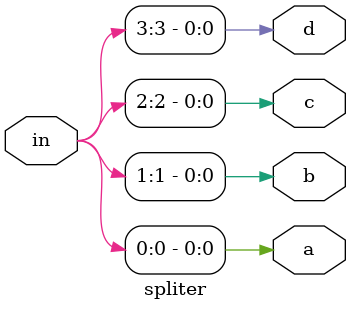
<source format=v>
module spliter(a,b,c,d,in);
	input [3:0]in;
	output reg a;
	output reg b;
	output reg c;
	output reg d;
	always 
	a=in[0];
	always
	b=in[1];
	always 
	c=in[2];
	always 
	d=in[3];
endmodule
</source>
